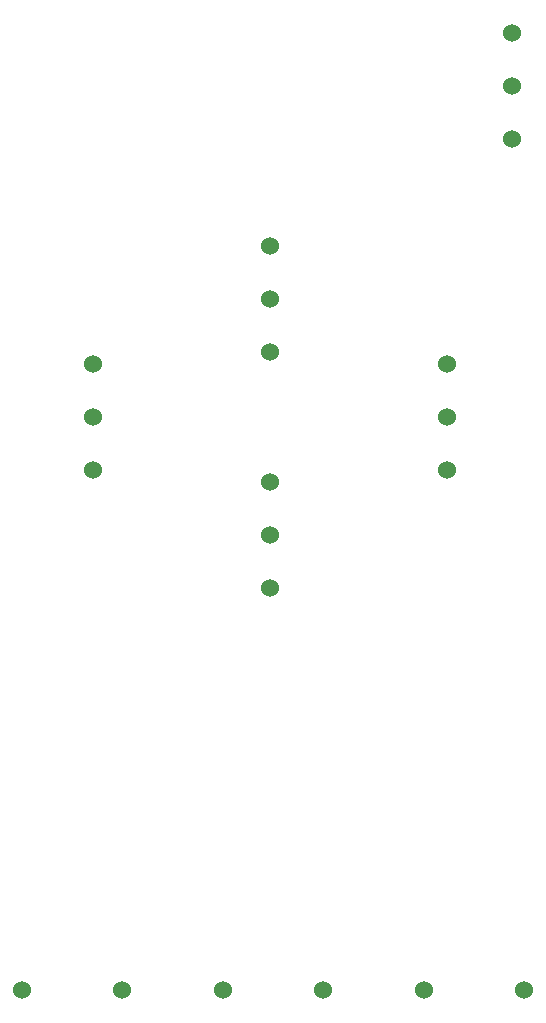
<source format=gbl>
G04 Layer: BottomLayer*
G04 EasyEDA v6.5.47, 2024-09-17 03:59:16*
G04 487bb63bfa8c49d2a093c741e473701e,143eb33344fd4f53ace86dd544093ce2,10*
G04 Gerber Generator version 0.2*
G04 Scale: 100 percent, Rotated: No, Reflected: No *
G04 Dimensions in millimeters *
G04 leading zeros omitted , absolute positions ,4 integer and 5 decimal *
%FSLAX45Y45*%
%MOMM*%

%ADD10C,1.5240*%

%LPD*%
D10*
G01*
X1350010Y-9349994D03*
G01*
X2199995Y-9349994D03*
G01*
X3899992Y-9349994D03*
G01*
X3049981Y-9349994D03*
G01*
X4750003Y-9349994D03*
G01*
X499998Y-9349994D03*
G01*
X1099997Y-4950002D03*
G01*
X1099997Y-4499990D03*
G01*
X2599994Y-3950004D03*
G01*
X2599994Y-3499993D03*
G01*
X4099991Y-4950002D03*
G01*
X4099991Y-4499990D03*
G01*
X2599994Y-5950000D03*
G01*
X2599994Y-5499988D03*
G01*
X4650003Y-2150008D03*
G01*
X4650003Y-1699996D03*
G01*
X1099997Y-4050004D03*
G01*
X2599994Y-3050006D03*
G01*
X4099991Y-4050004D03*
G01*
X2599994Y-5050002D03*
G01*
X4650003Y-1250010D03*
M02*

</source>
